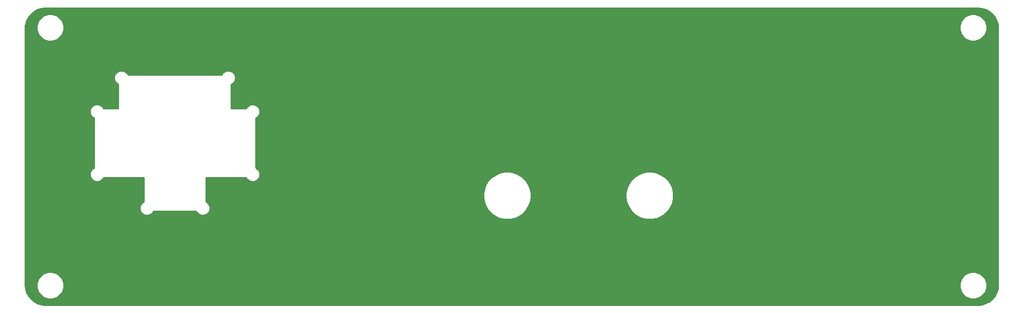
<source format=gbr>
%TF.GenerationSoftware,KiCad,Pcbnew,5.1.10-88a1d61d58~90~ubuntu20.04.1*%
%TF.CreationDate,2021-08-16T21:10:36-07:00*%
%TF.ProjectId,front-panel,66726f6e-742d-4706-916e-656c2e6b6963,rev?*%
%TF.SameCoordinates,Original*%
%TF.FileFunction,Copper,L1,Top*%
%TF.FilePolarity,Positive*%
%FSLAX46Y46*%
G04 Gerber Fmt 4.6, Leading zero omitted, Abs format (unit mm)*
G04 Created by KiCad (PCBNEW 5.1.10-88a1d61d58~90~ubuntu20.04.1) date 2021-08-16 21:10:36*
%MOMM*%
%LPD*%
G01*
G04 APERTURE LIST*
%TA.AperFunction,NonConductor*%
%ADD10C,0.254000*%
%TD*%
%TA.AperFunction,NonConductor*%
%ADD11C,0.100000*%
%TD*%
G04 APERTURE END LIST*
D10*
X211759290Y-58061368D02*
X212389010Y-58251491D01*
X212969813Y-58560310D01*
X213479575Y-58976060D01*
X213898873Y-59482905D01*
X214211739Y-60061539D01*
X214406256Y-60689924D01*
X214477625Y-61368946D01*
X214477626Y-104671853D01*
X214410906Y-105352314D01*
X214220783Y-105982035D01*
X213911963Y-106562840D01*
X213496213Y-107072600D01*
X212989368Y-107491899D01*
X212410738Y-107804762D01*
X211782351Y-107999280D01*
X211103329Y-108070649D01*
X53930392Y-108070649D01*
X53249961Y-108003932D01*
X52620238Y-107813808D01*
X52039434Y-107504989D01*
X51529674Y-107089237D01*
X51110377Y-106582395D01*
X50797511Y-106003761D01*
X50602994Y-105375376D01*
X50531625Y-104696354D01*
X50531625Y-104570505D01*
X52458686Y-104570505D01*
X52458686Y-105020795D01*
X52546533Y-105462434D01*
X52718852Y-105878448D01*
X52969020Y-106252851D01*
X53287424Y-106571255D01*
X53661827Y-106821423D01*
X54077841Y-106993742D01*
X54519480Y-107081589D01*
X54969770Y-107081589D01*
X55411409Y-106993742D01*
X55827423Y-106821423D01*
X56201826Y-106571255D01*
X56520230Y-106252851D01*
X56770398Y-105878448D01*
X56942717Y-105462434D01*
X57030564Y-105020795D01*
X57030564Y-104570505D01*
X207978686Y-104570505D01*
X207978686Y-105020795D01*
X208066533Y-105462434D01*
X208238852Y-105878448D01*
X208489020Y-106252851D01*
X208807424Y-106571255D01*
X209181827Y-106821423D01*
X209597841Y-106993742D01*
X210039480Y-107081589D01*
X210489770Y-107081589D01*
X210931409Y-106993742D01*
X211347423Y-106821423D01*
X211721826Y-106571255D01*
X212040230Y-106252851D01*
X212290398Y-105878448D01*
X212462717Y-105462434D01*
X212550564Y-105020795D01*
X212550564Y-104570505D01*
X212462717Y-104128866D01*
X212290398Y-103712852D01*
X212040230Y-103338449D01*
X211721826Y-103020045D01*
X211347423Y-102769877D01*
X210931409Y-102597558D01*
X210489770Y-102509711D01*
X210039480Y-102509711D01*
X209597841Y-102597558D01*
X209181827Y-102769877D01*
X208807424Y-103020045D01*
X208489020Y-103338449D01*
X208238852Y-103712852D01*
X208066533Y-104128866D01*
X207978686Y-104570505D01*
X57030564Y-104570505D01*
X56942717Y-104128866D01*
X56770398Y-103712852D01*
X56520230Y-103338449D01*
X56201826Y-103020045D01*
X55827423Y-102769877D01*
X55411409Y-102597558D01*
X54969770Y-102509711D01*
X54519480Y-102509711D01*
X54077841Y-102597558D01*
X53661827Y-102769877D01*
X53287424Y-103020045D01*
X52969020Y-103338449D01*
X52718852Y-103712852D01*
X52546533Y-104128866D01*
X52458686Y-104570505D01*
X50531625Y-104570505D01*
X50531625Y-86015675D01*
X61424916Y-86015675D01*
X61425583Y-86063411D01*
X61425583Y-86111203D01*
X61426353Y-86118521D01*
X61441582Y-86254284D01*
X61451502Y-86300951D01*
X61460789Y-86347856D01*
X61462965Y-86354885D01*
X61504273Y-86485106D01*
X61523074Y-86528973D01*
X61541292Y-86573172D01*
X61544792Y-86579645D01*
X61610608Y-86699363D01*
X61637604Y-86738789D01*
X61664025Y-86778556D01*
X61668715Y-86784226D01*
X61756530Y-86888880D01*
X61790663Y-86922305D01*
X61824314Y-86956192D01*
X61830016Y-86960842D01*
X61936486Y-87046446D01*
X61976420Y-87072577D01*
X62016050Y-87099309D01*
X62022547Y-87102763D01*
X62143616Y-87166057D01*
X62187850Y-87183929D01*
X62231938Y-87202462D01*
X62238983Y-87204588D01*
X62370040Y-87243160D01*
X62416943Y-87252107D01*
X62463746Y-87261714D01*
X62471069Y-87262432D01*
X62607123Y-87274814D01*
X62654848Y-87274481D01*
X62702649Y-87274815D01*
X62709972Y-87274096D01*
X62709974Y-87274096D01*
X62845840Y-87259816D01*
X62892609Y-87250216D01*
X62939551Y-87241261D01*
X62946595Y-87239134D01*
X63077102Y-87198735D01*
X63121131Y-87180227D01*
X63165419Y-87162333D01*
X63171915Y-87158879D01*
X63292089Y-87093901D01*
X63331676Y-87067199D01*
X63371654Y-87041039D01*
X63377356Y-87036388D01*
X63482620Y-86949306D01*
X63516237Y-86915453D01*
X63550407Y-86881992D01*
X63555097Y-86876322D01*
X63641442Y-86770452D01*
X63667850Y-86730705D01*
X63694860Y-86691257D01*
X63698359Y-86684784D01*
X63755668Y-86577000D01*
X70523000Y-86577000D01*
X70523001Y-90643332D01*
X70519100Y-90644972D01*
X70512652Y-90648517D01*
X70393397Y-90715167D01*
X70354196Y-90742413D01*
X70314581Y-90769133D01*
X70308944Y-90773863D01*
X70204905Y-90862406D01*
X70171728Y-90896761D01*
X70138066Y-90930659D01*
X70133456Y-90936393D01*
X70048597Y-91043458D01*
X70022729Y-91083597D01*
X69996289Y-91123393D01*
X69992880Y-91129914D01*
X69930433Y-91251423D01*
X69912854Y-91295823D01*
X69894648Y-91339995D01*
X69892570Y-91347054D01*
X69854915Y-91478378D01*
X69846296Y-91525340D01*
X69837015Y-91572210D01*
X69836348Y-91579538D01*
X69824916Y-91715675D01*
X69825583Y-91763411D01*
X69825583Y-91811203D01*
X69826353Y-91818521D01*
X69841582Y-91954284D01*
X69851502Y-92000951D01*
X69860789Y-92047856D01*
X69862965Y-92054885D01*
X69904273Y-92185106D01*
X69923074Y-92228973D01*
X69941292Y-92273172D01*
X69944792Y-92279645D01*
X70010608Y-92399363D01*
X70037604Y-92438789D01*
X70064025Y-92478556D01*
X70068715Y-92484226D01*
X70156530Y-92588880D01*
X70190663Y-92622305D01*
X70224314Y-92656192D01*
X70230016Y-92660842D01*
X70336486Y-92746446D01*
X70376420Y-92772577D01*
X70416050Y-92799309D01*
X70422547Y-92802763D01*
X70543616Y-92866057D01*
X70587850Y-92883929D01*
X70631938Y-92902462D01*
X70638983Y-92904588D01*
X70770040Y-92943160D01*
X70816943Y-92952107D01*
X70863746Y-92961714D01*
X70871069Y-92962432D01*
X71007123Y-92974814D01*
X71054848Y-92974481D01*
X71102649Y-92974815D01*
X71109972Y-92974096D01*
X71109974Y-92974096D01*
X71245840Y-92959816D01*
X71292609Y-92950216D01*
X71339551Y-92941261D01*
X71346595Y-92939134D01*
X71477102Y-92898735D01*
X71521131Y-92880227D01*
X71565419Y-92862333D01*
X71571915Y-92858879D01*
X71692089Y-92793901D01*
X71731676Y-92767199D01*
X71771654Y-92741039D01*
X71777356Y-92736388D01*
X71882620Y-92649306D01*
X71916237Y-92615453D01*
X71950407Y-92581992D01*
X71955097Y-92576322D01*
X72041442Y-92470452D01*
X72067850Y-92430705D01*
X72094860Y-92391257D01*
X72098359Y-92384784D01*
X72155668Y-92277000D01*
X79343333Y-92277000D01*
X79344972Y-92280900D01*
X79348517Y-92287348D01*
X79415167Y-92406603D01*
X79442413Y-92445804D01*
X79469133Y-92485419D01*
X79473863Y-92491056D01*
X79562406Y-92595095D01*
X79596764Y-92628274D01*
X79630659Y-92661933D01*
X79636393Y-92666544D01*
X79743458Y-92751403D01*
X79783605Y-92777276D01*
X79823393Y-92803711D01*
X79829914Y-92807120D01*
X79951422Y-92869566D01*
X79995803Y-92887138D01*
X80039995Y-92905352D01*
X80047050Y-92907428D01*
X80047056Y-92907430D01*
X80178378Y-92945085D01*
X80225340Y-92953704D01*
X80272210Y-92962985D01*
X80279538Y-92963652D01*
X80415675Y-92975084D01*
X80463411Y-92974417D01*
X80511203Y-92974417D01*
X80518521Y-92973647D01*
X80654284Y-92958418D01*
X80700951Y-92948498D01*
X80747856Y-92939211D01*
X80754885Y-92937035D01*
X80885106Y-92895727D01*
X80928973Y-92876926D01*
X80973172Y-92858708D01*
X80979645Y-92855208D01*
X81099363Y-92789392D01*
X81138789Y-92762396D01*
X81178556Y-92735975D01*
X81184226Y-92731285D01*
X81288880Y-92643470D01*
X81322305Y-92609337D01*
X81356192Y-92575686D01*
X81360842Y-92569984D01*
X81446446Y-92463514D01*
X81472577Y-92423580D01*
X81499309Y-92383950D01*
X81502763Y-92377453D01*
X81566057Y-92256384D01*
X81583929Y-92212150D01*
X81602462Y-92168062D01*
X81604588Y-92161017D01*
X81643160Y-92029960D01*
X81652107Y-91983057D01*
X81661714Y-91936254D01*
X81662432Y-91928931D01*
X81674814Y-91792877D01*
X81674481Y-91745152D01*
X81674815Y-91697350D01*
X81674096Y-91690027D01*
X81659816Y-91554160D01*
X81650210Y-91507360D01*
X81641261Y-91460449D01*
X81639134Y-91453405D01*
X81598735Y-91322899D01*
X81580237Y-91278895D01*
X81562333Y-91234581D01*
X81558879Y-91228085D01*
X81493901Y-91107911D01*
X81467209Y-91068339D01*
X81441039Y-91028346D01*
X81436388Y-91022644D01*
X81349306Y-90917379D01*
X81315434Y-90883743D01*
X81281992Y-90849593D01*
X81276322Y-90844903D01*
X81170452Y-90758558D01*
X81130705Y-90732150D01*
X81091257Y-90705140D01*
X81084784Y-90701641D01*
X80977000Y-90644332D01*
X80977000Y-89228262D01*
X127727112Y-89228262D01*
X127727112Y-90021612D01*
X127881887Y-90799719D01*
X128185490Y-91532680D01*
X128626252Y-92192327D01*
X129187235Y-92753310D01*
X129846882Y-93194072D01*
X130579843Y-93497675D01*
X131357950Y-93652450D01*
X132151300Y-93652450D01*
X132929407Y-93497675D01*
X133662368Y-93194072D01*
X134322015Y-92753310D01*
X134882998Y-92192327D01*
X135323760Y-91532680D01*
X135627363Y-90799719D01*
X135782138Y-90021612D01*
X135782138Y-89228262D01*
X151727112Y-89228262D01*
X151727112Y-90021612D01*
X151881887Y-90799719D01*
X152185490Y-91532680D01*
X152626252Y-92192327D01*
X153187235Y-92753310D01*
X153846882Y-93194072D01*
X154579843Y-93497675D01*
X155357950Y-93652450D01*
X156151300Y-93652450D01*
X156929407Y-93497675D01*
X157662368Y-93194072D01*
X158322015Y-92753310D01*
X158882998Y-92192327D01*
X159323760Y-91532680D01*
X159627363Y-90799719D01*
X159782138Y-90021612D01*
X159782138Y-89228262D01*
X159627363Y-88450155D01*
X159323760Y-87717194D01*
X158882998Y-87057547D01*
X158322015Y-86496564D01*
X157662368Y-86055802D01*
X156929407Y-85752199D01*
X156151300Y-85597424D01*
X155357950Y-85597424D01*
X154579843Y-85752199D01*
X153846882Y-86055802D01*
X153187235Y-86496564D01*
X152626252Y-87057547D01*
X152185490Y-87717194D01*
X151881887Y-88450155D01*
X151727112Y-89228262D01*
X135782138Y-89228262D01*
X135627363Y-88450155D01*
X135323760Y-87717194D01*
X134882998Y-87057547D01*
X134322015Y-86496564D01*
X133662368Y-86055802D01*
X132929407Y-85752199D01*
X132151300Y-85597424D01*
X131357950Y-85597424D01*
X130579843Y-85752199D01*
X129846882Y-86055802D01*
X129187235Y-86496564D01*
X128626252Y-87057547D01*
X128185490Y-87717194D01*
X127881887Y-88450155D01*
X127727112Y-89228262D01*
X80977000Y-89228262D01*
X80977000Y-86577000D01*
X87743333Y-86577000D01*
X87744972Y-86580900D01*
X87748517Y-86587348D01*
X87815167Y-86706603D01*
X87842413Y-86745804D01*
X87869133Y-86785419D01*
X87873863Y-86791056D01*
X87962406Y-86895095D01*
X87996764Y-86928274D01*
X88030659Y-86961933D01*
X88036393Y-86966544D01*
X88143458Y-87051403D01*
X88183605Y-87077276D01*
X88223393Y-87103711D01*
X88229914Y-87107120D01*
X88351422Y-87169566D01*
X88395803Y-87187138D01*
X88439995Y-87205352D01*
X88447050Y-87207428D01*
X88447056Y-87207430D01*
X88578378Y-87245085D01*
X88625340Y-87253704D01*
X88672210Y-87262985D01*
X88679538Y-87263652D01*
X88815675Y-87275084D01*
X88863411Y-87274417D01*
X88911203Y-87274417D01*
X88918521Y-87273647D01*
X89054284Y-87258418D01*
X89100951Y-87248498D01*
X89147856Y-87239211D01*
X89154885Y-87237035D01*
X89285106Y-87195727D01*
X89328973Y-87176926D01*
X89373172Y-87158708D01*
X89379645Y-87155208D01*
X89499363Y-87089392D01*
X89538789Y-87062396D01*
X89578556Y-87035975D01*
X89584226Y-87031285D01*
X89688880Y-86943470D01*
X89722305Y-86909337D01*
X89756192Y-86875686D01*
X89760842Y-86869984D01*
X89846446Y-86763514D01*
X89872577Y-86723580D01*
X89899309Y-86683950D01*
X89902763Y-86677453D01*
X89966057Y-86556384D01*
X89983929Y-86512150D01*
X90002462Y-86468062D01*
X90004588Y-86461017D01*
X90043160Y-86329960D01*
X90052107Y-86283057D01*
X90061714Y-86236254D01*
X90062432Y-86228931D01*
X90074814Y-86092877D01*
X90074481Y-86045152D01*
X90074815Y-85997350D01*
X90074096Y-85990027D01*
X90059816Y-85854160D01*
X90050210Y-85807360D01*
X90041261Y-85760449D01*
X90039134Y-85753405D01*
X89998735Y-85622899D01*
X89980237Y-85578895D01*
X89962333Y-85534581D01*
X89958879Y-85528085D01*
X89893901Y-85407911D01*
X89867209Y-85368339D01*
X89841039Y-85328346D01*
X89836388Y-85322644D01*
X89749306Y-85217379D01*
X89715434Y-85183743D01*
X89681992Y-85149593D01*
X89676322Y-85144903D01*
X89570452Y-85058558D01*
X89530705Y-85032150D01*
X89491257Y-85005140D01*
X89484784Y-85001641D01*
X89377000Y-84944332D01*
X89377000Y-76556667D01*
X89380900Y-76555028D01*
X89387348Y-76551483D01*
X89506603Y-76484833D01*
X89545804Y-76457587D01*
X89585419Y-76430867D01*
X89591056Y-76426137D01*
X89695095Y-76337594D01*
X89728274Y-76303236D01*
X89761933Y-76269341D01*
X89766544Y-76263607D01*
X89851403Y-76156542D01*
X89877276Y-76116395D01*
X89903711Y-76076607D01*
X89907120Y-76070086D01*
X89969566Y-75948578D01*
X89987138Y-75904197D01*
X90005352Y-75860005D01*
X90007429Y-75852946D01*
X90045085Y-75721622D01*
X90053704Y-75674660D01*
X90062985Y-75627790D01*
X90063652Y-75620462D01*
X90075084Y-75484325D01*
X90074417Y-75436589D01*
X90074417Y-75388797D01*
X90073647Y-75381479D01*
X90058418Y-75245715D01*
X90048494Y-75199028D01*
X90039211Y-75152144D01*
X90037035Y-75145115D01*
X89995727Y-75014894D01*
X89976926Y-74971027D01*
X89958708Y-74926828D01*
X89955208Y-74920356D01*
X89889392Y-74800637D01*
X89862396Y-74761211D01*
X89835975Y-74721444D01*
X89831285Y-74715774D01*
X89743470Y-74611120D01*
X89709356Y-74577714D01*
X89675687Y-74543808D01*
X89669984Y-74539158D01*
X89563514Y-74453554D01*
X89523580Y-74427423D01*
X89483950Y-74400691D01*
X89477453Y-74397237D01*
X89356384Y-74333943D01*
X89312136Y-74316066D01*
X89268061Y-74297538D01*
X89261017Y-74295412D01*
X89129959Y-74256840D01*
X89083064Y-74247895D01*
X89036254Y-74238286D01*
X89028931Y-74237568D01*
X88892877Y-74225186D01*
X88845152Y-74225519D01*
X88797350Y-74225185D01*
X88790027Y-74225904D01*
X88790025Y-74225904D01*
X88654160Y-74240184D01*
X88607391Y-74249784D01*
X88560449Y-74258739D01*
X88553405Y-74260866D01*
X88422899Y-74301265D01*
X88378895Y-74319763D01*
X88334581Y-74337667D01*
X88328085Y-74341121D01*
X88207911Y-74406099D01*
X88168339Y-74432791D01*
X88128346Y-74458961D01*
X88122644Y-74463612D01*
X88017379Y-74550694D01*
X87983743Y-74584566D01*
X87949593Y-74618008D01*
X87944903Y-74623678D01*
X87858558Y-74729548D01*
X87832150Y-74769295D01*
X87805140Y-74808743D01*
X87801641Y-74815216D01*
X87744332Y-74923000D01*
X85277000Y-74923000D01*
X85277000Y-70856667D01*
X85280900Y-70855028D01*
X85287348Y-70851483D01*
X85406603Y-70784833D01*
X85445804Y-70757587D01*
X85485419Y-70730867D01*
X85491056Y-70726137D01*
X85595095Y-70637594D01*
X85628274Y-70603236D01*
X85661933Y-70569341D01*
X85666544Y-70563607D01*
X85751403Y-70456542D01*
X85777276Y-70416395D01*
X85803711Y-70376607D01*
X85807120Y-70370086D01*
X85869566Y-70248578D01*
X85887138Y-70204197D01*
X85905352Y-70160005D01*
X85907429Y-70152946D01*
X85945085Y-70021622D01*
X85953704Y-69974660D01*
X85962985Y-69927790D01*
X85963652Y-69920462D01*
X85975084Y-69784325D01*
X85974417Y-69736589D01*
X85974417Y-69688797D01*
X85973647Y-69681479D01*
X85958418Y-69545715D01*
X85948494Y-69499028D01*
X85939211Y-69452144D01*
X85937035Y-69445115D01*
X85895727Y-69314894D01*
X85876926Y-69271027D01*
X85858708Y-69226828D01*
X85855208Y-69220356D01*
X85789392Y-69100637D01*
X85762396Y-69061211D01*
X85735975Y-69021444D01*
X85731285Y-69015774D01*
X85643470Y-68911120D01*
X85609356Y-68877714D01*
X85575687Y-68843808D01*
X85569984Y-68839158D01*
X85463514Y-68753554D01*
X85423580Y-68727423D01*
X85383950Y-68700691D01*
X85377453Y-68697237D01*
X85256384Y-68633943D01*
X85212136Y-68616066D01*
X85168061Y-68597538D01*
X85161017Y-68595412D01*
X85029959Y-68556840D01*
X84983064Y-68547895D01*
X84936254Y-68538286D01*
X84928931Y-68537568D01*
X84792877Y-68525186D01*
X84745152Y-68525519D01*
X84697350Y-68525185D01*
X84690027Y-68525904D01*
X84690025Y-68525904D01*
X84554160Y-68540184D01*
X84507391Y-68549784D01*
X84460449Y-68558739D01*
X84453405Y-68560866D01*
X84322899Y-68601265D01*
X84278895Y-68619763D01*
X84234581Y-68637667D01*
X84228085Y-68641121D01*
X84107911Y-68706099D01*
X84068339Y-68732791D01*
X84028346Y-68758961D01*
X84022644Y-68763612D01*
X83917379Y-68850694D01*
X83883743Y-68884566D01*
X83849593Y-68918008D01*
X83844903Y-68923678D01*
X83758558Y-69029548D01*
X83732150Y-69069295D01*
X83705140Y-69108743D01*
X83701641Y-69115216D01*
X83644332Y-69223000D01*
X67856667Y-69223000D01*
X67855028Y-69219100D01*
X67851483Y-69212652D01*
X67784833Y-69093397D01*
X67757587Y-69054196D01*
X67730867Y-69014581D01*
X67726137Y-69008944D01*
X67637594Y-68904905D01*
X67603239Y-68871728D01*
X67569341Y-68838066D01*
X67563607Y-68833456D01*
X67456542Y-68748597D01*
X67416403Y-68722729D01*
X67376607Y-68696289D01*
X67370086Y-68692880D01*
X67248577Y-68630433D01*
X67204177Y-68612854D01*
X67160005Y-68594648D01*
X67152946Y-68592570D01*
X67021622Y-68554915D01*
X66974660Y-68546296D01*
X66927790Y-68537015D01*
X66920462Y-68536348D01*
X66784325Y-68524916D01*
X66736589Y-68525583D01*
X66688797Y-68525583D01*
X66681479Y-68526353D01*
X66545715Y-68541582D01*
X66499028Y-68551506D01*
X66452144Y-68560789D01*
X66445115Y-68562965D01*
X66314894Y-68604273D01*
X66271027Y-68623074D01*
X66226828Y-68641292D01*
X66220356Y-68644792D01*
X66100637Y-68710608D01*
X66061211Y-68737604D01*
X66021444Y-68764025D01*
X66015774Y-68768715D01*
X65911120Y-68856530D01*
X65877714Y-68890644D01*
X65843808Y-68924313D01*
X65839158Y-68930016D01*
X65753554Y-69036486D01*
X65727423Y-69076420D01*
X65700691Y-69116050D01*
X65697237Y-69122547D01*
X65633943Y-69243616D01*
X65616066Y-69287864D01*
X65597538Y-69331939D01*
X65595412Y-69338983D01*
X65556840Y-69470041D01*
X65547895Y-69516936D01*
X65538286Y-69563746D01*
X65537568Y-69571069D01*
X65525186Y-69707123D01*
X65525519Y-69754848D01*
X65525185Y-69802649D01*
X65525904Y-69809972D01*
X65540184Y-69945840D01*
X65549784Y-69992609D01*
X65558739Y-70039551D01*
X65560866Y-70046595D01*
X65601265Y-70177102D01*
X65619773Y-70221131D01*
X65637667Y-70265419D01*
X65641121Y-70271915D01*
X65706099Y-70392089D01*
X65732801Y-70431676D01*
X65758961Y-70471654D01*
X65763612Y-70477356D01*
X65850694Y-70582620D01*
X65884547Y-70616237D01*
X65918008Y-70650407D01*
X65923678Y-70655097D01*
X66029548Y-70741442D01*
X66069295Y-70767850D01*
X66108743Y-70794860D01*
X66115216Y-70798359D01*
X66223000Y-70855668D01*
X66223001Y-74923000D01*
X63756667Y-74923000D01*
X63755028Y-74919100D01*
X63751483Y-74912652D01*
X63684833Y-74793397D01*
X63657587Y-74754196D01*
X63630867Y-74714581D01*
X63626137Y-74708944D01*
X63537594Y-74604905D01*
X63503239Y-74571728D01*
X63469341Y-74538066D01*
X63463607Y-74533456D01*
X63356542Y-74448597D01*
X63316403Y-74422729D01*
X63276607Y-74396289D01*
X63270086Y-74392880D01*
X63148577Y-74330433D01*
X63104177Y-74312854D01*
X63060005Y-74294648D01*
X63052946Y-74292570D01*
X62921622Y-74254915D01*
X62874660Y-74246296D01*
X62827790Y-74237015D01*
X62820462Y-74236348D01*
X62684325Y-74224916D01*
X62636589Y-74225583D01*
X62588797Y-74225583D01*
X62581479Y-74226353D01*
X62445715Y-74241582D01*
X62399028Y-74251506D01*
X62352144Y-74260789D01*
X62345115Y-74262965D01*
X62214894Y-74304273D01*
X62171027Y-74323074D01*
X62126828Y-74341292D01*
X62120356Y-74344792D01*
X62000637Y-74410608D01*
X61961211Y-74437604D01*
X61921444Y-74464025D01*
X61915774Y-74468715D01*
X61811120Y-74556530D01*
X61777714Y-74590644D01*
X61743808Y-74624313D01*
X61739158Y-74630016D01*
X61653554Y-74736486D01*
X61627423Y-74776420D01*
X61600691Y-74816050D01*
X61597237Y-74822547D01*
X61533943Y-74943616D01*
X61516066Y-74987864D01*
X61497538Y-75031939D01*
X61495412Y-75038983D01*
X61456840Y-75170041D01*
X61447895Y-75216936D01*
X61438286Y-75263746D01*
X61437568Y-75271069D01*
X61425186Y-75407123D01*
X61425519Y-75454848D01*
X61425185Y-75502649D01*
X61425904Y-75509972D01*
X61440184Y-75645840D01*
X61449784Y-75692609D01*
X61458739Y-75739551D01*
X61460866Y-75746595D01*
X61501265Y-75877102D01*
X61519773Y-75921131D01*
X61537667Y-75965419D01*
X61541121Y-75971915D01*
X61606099Y-76092089D01*
X61632801Y-76131676D01*
X61658961Y-76171654D01*
X61663612Y-76177356D01*
X61750694Y-76282620D01*
X61784547Y-76316237D01*
X61818008Y-76350407D01*
X61823678Y-76355097D01*
X61929548Y-76441442D01*
X61969295Y-76467850D01*
X62008743Y-76494860D01*
X62015216Y-76498359D01*
X62123000Y-76555668D01*
X62123001Y-84943332D01*
X62119100Y-84944972D01*
X62112652Y-84948517D01*
X61993397Y-85015167D01*
X61954196Y-85042413D01*
X61914581Y-85069133D01*
X61908944Y-85073863D01*
X61804905Y-85162406D01*
X61771728Y-85196761D01*
X61738066Y-85230659D01*
X61733456Y-85236393D01*
X61648597Y-85343458D01*
X61622729Y-85383597D01*
X61596289Y-85423393D01*
X61592880Y-85429914D01*
X61530433Y-85551423D01*
X61512854Y-85595823D01*
X61494648Y-85639995D01*
X61492570Y-85647054D01*
X61454915Y-85778378D01*
X61446296Y-85825340D01*
X61437015Y-85872210D01*
X61436348Y-85879538D01*
X61424916Y-86015675D01*
X50531625Y-86015675D01*
X50531625Y-61393426D01*
X50565837Y-61044505D01*
X52458686Y-61044505D01*
X52458686Y-61494795D01*
X52546533Y-61936434D01*
X52718852Y-62352448D01*
X52969020Y-62726851D01*
X53287424Y-63045255D01*
X53661827Y-63295423D01*
X54077841Y-63467742D01*
X54519480Y-63555589D01*
X54969770Y-63555589D01*
X55411409Y-63467742D01*
X55827423Y-63295423D01*
X56201826Y-63045255D01*
X56520230Y-62726851D01*
X56770398Y-62352448D01*
X56942717Y-61936434D01*
X57030564Y-61494795D01*
X57030564Y-61044505D01*
X207978686Y-61044505D01*
X207978686Y-61494795D01*
X208066533Y-61936434D01*
X208238852Y-62352448D01*
X208489020Y-62726851D01*
X208807424Y-63045255D01*
X209181827Y-63295423D01*
X209597841Y-63467742D01*
X210039480Y-63555589D01*
X210489770Y-63555589D01*
X210931409Y-63467742D01*
X211347423Y-63295423D01*
X211721826Y-63045255D01*
X212040230Y-62726851D01*
X212290398Y-62352448D01*
X212462717Y-61936434D01*
X212550564Y-61494795D01*
X212550564Y-61044505D01*
X212462717Y-60602866D01*
X212290398Y-60186852D01*
X212040230Y-59812449D01*
X211721826Y-59494045D01*
X211347423Y-59243877D01*
X210931409Y-59071558D01*
X210489770Y-58983711D01*
X210039480Y-58983711D01*
X209597841Y-59071558D01*
X209181827Y-59243877D01*
X208807424Y-59494045D01*
X208489020Y-59812449D01*
X208238852Y-60186852D01*
X208066533Y-60602866D01*
X207978686Y-61044505D01*
X57030564Y-61044505D01*
X56942717Y-60602866D01*
X56770398Y-60186852D01*
X56520230Y-59812449D01*
X56201826Y-59494045D01*
X55827423Y-59243877D01*
X55411409Y-59071558D01*
X54969770Y-58983711D01*
X54519480Y-58983711D01*
X54077841Y-59071558D01*
X53661827Y-59243877D01*
X53287424Y-59494045D01*
X52969020Y-59812449D01*
X52718852Y-60186852D01*
X52546533Y-60602866D01*
X52458686Y-61044505D01*
X50565837Y-61044505D01*
X50598343Y-60712985D01*
X50788466Y-60083265D01*
X51097285Y-59502462D01*
X51513035Y-58992700D01*
X52019880Y-58573402D01*
X52598514Y-58260536D01*
X53226899Y-58066019D01*
X53905921Y-57994650D01*
X211078849Y-57994650D01*
X211759290Y-58061368D01*
%TA.AperFunction,NonConductor*%
D11*
G36*
X211759290Y-58061368D02*
G01*
X212389010Y-58251491D01*
X212969813Y-58560310D01*
X213479575Y-58976060D01*
X213898873Y-59482905D01*
X214211739Y-60061539D01*
X214406256Y-60689924D01*
X214477625Y-61368946D01*
X214477626Y-104671853D01*
X214410906Y-105352314D01*
X214220783Y-105982035D01*
X213911963Y-106562840D01*
X213496213Y-107072600D01*
X212989368Y-107491899D01*
X212410738Y-107804762D01*
X211782351Y-107999280D01*
X211103329Y-108070649D01*
X53930392Y-108070649D01*
X53249961Y-108003932D01*
X52620238Y-107813808D01*
X52039434Y-107504989D01*
X51529674Y-107089237D01*
X51110377Y-106582395D01*
X50797511Y-106003761D01*
X50602994Y-105375376D01*
X50531625Y-104696354D01*
X50531625Y-104570505D01*
X52458686Y-104570505D01*
X52458686Y-105020795D01*
X52546533Y-105462434D01*
X52718852Y-105878448D01*
X52969020Y-106252851D01*
X53287424Y-106571255D01*
X53661827Y-106821423D01*
X54077841Y-106993742D01*
X54519480Y-107081589D01*
X54969770Y-107081589D01*
X55411409Y-106993742D01*
X55827423Y-106821423D01*
X56201826Y-106571255D01*
X56520230Y-106252851D01*
X56770398Y-105878448D01*
X56942717Y-105462434D01*
X57030564Y-105020795D01*
X57030564Y-104570505D01*
X207978686Y-104570505D01*
X207978686Y-105020795D01*
X208066533Y-105462434D01*
X208238852Y-105878448D01*
X208489020Y-106252851D01*
X208807424Y-106571255D01*
X209181827Y-106821423D01*
X209597841Y-106993742D01*
X210039480Y-107081589D01*
X210489770Y-107081589D01*
X210931409Y-106993742D01*
X211347423Y-106821423D01*
X211721826Y-106571255D01*
X212040230Y-106252851D01*
X212290398Y-105878448D01*
X212462717Y-105462434D01*
X212550564Y-105020795D01*
X212550564Y-104570505D01*
X212462717Y-104128866D01*
X212290398Y-103712852D01*
X212040230Y-103338449D01*
X211721826Y-103020045D01*
X211347423Y-102769877D01*
X210931409Y-102597558D01*
X210489770Y-102509711D01*
X210039480Y-102509711D01*
X209597841Y-102597558D01*
X209181827Y-102769877D01*
X208807424Y-103020045D01*
X208489020Y-103338449D01*
X208238852Y-103712852D01*
X208066533Y-104128866D01*
X207978686Y-104570505D01*
X57030564Y-104570505D01*
X56942717Y-104128866D01*
X56770398Y-103712852D01*
X56520230Y-103338449D01*
X56201826Y-103020045D01*
X55827423Y-102769877D01*
X55411409Y-102597558D01*
X54969770Y-102509711D01*
X54519480Y-102509711D01*
X54077841Y-102597558D01*
X53661827Y-102769877D01*
X53287424Y-103020045D01*
X52969020Y-103338449D01*
X52718852Y-103712852D01*
X52546533Y-104128866D01*
X52458686Y-104570505D01*
X50531625Y-104570505D01*
X50531625Y-86015675D01*
X61424916Y-86015675D01*
X61425583Y-86063411D01*
X61425583Y-86111203D01*
X61426353Y-86118521D01*
X61441582Y-86254284D01*
X61451502Y-86300951D01*
X61460789Y-86347856D01*
X61462965Y-86354885D01*
X61504273Y-86485106D01*
X61523074Y-86528973D01*
X61541292Y-86573172D01*
X61544792Y-86579645D01*
X61610608Y-86699363D01*
X61637604Y-86738789D01*
X61664025Y-86778556D01*
X61668715Y-86784226D01*
X61756530Y-86888880D01*
X61790663Y-86922305D01*
X61824314Y-86956192D01*
X61830016Y-86960842D01*
X61936486Y-87046446D01*
X61976420Y-87072577D01*
X62016050Y-87099309D01*
X62022547Y-87102763D01*
X62143616Y-87166057D01*
X62187850Y-87183929D01*
X62231938Y-87202462D01*
X62238983Y-87204588D01*
X62370040Y-87243160D01*
X62416943Y-87252107D01*
X62463746Y-87261714D01*
X62471069Y-87262432D01*
X62607123Y-87274814D01*
X62654848Y-87274481D01*
X62702649Y-87274815D01*
X62709972Y-87274096D01*
X62709974Y-87274096D01*
X62845840Y-87259816D01*
X62892609Y-87250216D01*
X62939551Y-87241261D01*
X62946595Y-87239134D01*
X63077102Y-87198735D01*
X63121131Y-87180227D01*
X63165419Y-87162333D01*
X63171915Y-87158879D01*
X63292089Y-87093901D01*
X63331676Y-87067199D01*
X63371654Y-87041039D01*
X63377356Y-87036388D01*
X63482620Y-86949306D01*
X63516237Y-86915453D01*
X63550407Y-86881992D01*
X63555097Y-86876322D01*
X63641442Y-86770452D01*
X63667850Y-86730705D01*
X63694860Y-86691257D01*
X63698359Y-86684784D01*
X63755668Y-86577000D01*
X70523000Y-86577000D01*
X70523001Y-90643332D01*
X70519100Y-90644972D01*
X70512652Y-90648517D01*
X70393397Y-90715167D01*
X70354196Y-90742413D01*
X70314581Y-90769133D01*
X70308944Y-90773863D01*
X70204905Y-90862406D01*
X70171728Y-90896761D01*
X70138066Y-90930659D01*
X70133456Y-90936393D01*
X70048597Y-91043458D01*
X70022729Y-91083597D01*
X69996289Y-91123393D01*
X69992880Y-91129914D01*
X69930433Y-91251423D01*
X69912854Y-91295823D01*
X69894648Y-91339995D01*
X69892570Y-91347054D01*
X69854915Y-91478378D01*
X69846296Y-91525340D01*
X69837015Y-91572210D01*
X69836348Y-91579538D01*
X69824916Y-91715675D01*
X69825583Y-91763411D01*
X69825583Y-91811203D01*
X69826353Y-91818521D01*
X69841582Y-91954284D01*
X69851502Y-92000951D01*
X69860789Y-92047856D01*
X69862965Y-92054885D01*
X69904273Y-92185106D01*
X69923074Y-92228973D01*
X69941292Y-92273172D01*
X69944792Y-92279645D01*
X70010608Y-92399363D01*
X70037604Y-92438789D01*
X70064025Y-92478556D01*
X70068715Y-92484226D01*
X70156530Y-92588880D01*
X70190663Y-92622305D01*
X70224314Y-92656192D01*
X70230016Y-92660842D01*
X70336486Y-92746446D01*
X70376420Y-92772577D01*
X70416050Y-92799309D01*
X70422547Y-92802763D01*
X70543616Y-92866057D01*
X70587850Y-92883929D01*
X70631938Y-92902462D01*
X70638983Y-92904588D01*
X70770040Y-92943160D01*
X70816943Y-92952107D01*
X70863746Y-92961714D01*
X70871069Y-92962432D01*
X71007123Y-92974814D01*
X71054848Y-92974481D01*
X71102649Y-92974815D01*
X71109972Y-92974096D01*
X71109974Y-92974096D01*
X71245840Y-92959816D01*
X71292609Y-92950216D01*
X71339551Y-92941261D01*
X71346595Y-92939134D01*
X71477102Y-92898735D01*
X71521131Y-92880227D01*
X71565419Y-92862333D01*
X71571915Y-92858879D01*
X71692089Y-92793901D01*
X71731676Y-92767199D01*
X71771654Y-92741039D01*
X71777356Y-92736388D01*
X71882620Y-92649306D01*
X71916237Y-92615453D01*
X71950407Y-92581992D01*
X71955097Y-92576322D01*
X72041442Y-92470452D01*
X72067850Y-92430705D01*
X72094860Y-92391257D01*
X72098359Y-92384784D01*
X72155668Y-92277000D01*
X79343333Y-92277000D01*
X79344972Y-92280900D01*
X79348517Y-92287348D01*
X79415167Y-92406603D01*
X79442413Y-92445804D01*
X79469133Y-92485419D01*
X79473863Y-92491056D01*
X79562406Y-92595095D01*
X79596764Y-92628274D01*
X79630659Y-92661933D01*
X79636393Y-92666544D01*
X79743458Y-92751403D01*
X79783605Y-92777276D01*
X79823393Y-92803711D01*
X79829914Y-92807120D01*
X79951422Y-92869566D01*
X79995803Y-92887138D01*
X80039995Y-92905352D01*
X80047050Y-92907428D01*
X80047056Y-92907430D01*
X80178378Y-92945085D01*
X80225340Y-92953704D01*
X80272210Y-92962985D01*
X80279538Y-92963652D01*
X80415675Y-92975084D01*
X80463411Y-92974417D01*
X80511203Y-92974417D01*
X80518521Y-92973647D01*
X80654284Y-92958418D01*
X80700951Y-92948498D01*
X80747856Y-92939211D01*
X80754885Y-92937035D01*
X80885106Y-92895727D01*
X80928973Y-92876926D01*
X80973172Y-92858708D01*
X80979645Y-92855208D01*
X81099363Y-92789392D01*
X81138789Y-92762396D01*
X81178556Y-92735975D01*
X81184226Y-92731285D01*
X81288880Y-92643470D01*
X81322305Y-92609337D01*
X81356192Y-92575686D01*
X81360842Y-92569984D01*
X81446446Y-92463514D01*
X81472577Y-92423580D01*
X81499309Y-92383950D01*
X81502763Y-92377453D01*
X81566057Y-92256384D01*
X81583929Y-92212150D01*
X81602462Y-92168062D01*
X81604588Y-92161017D01*
X81643160Y-92029960D01*
X81652107Y-91983057D01*
X81661714Y-91936254D01*
X81662432Y-91928931D01*
X81674814Y-91792877D01*
X81674481Y-91745152D01*
X81674815Y-91697350D01*
X81674096Y-91690027D01*
X81659816Y-91554160D01*
X81650210Y-91507360D01*
X81641261Y-91460449D01*
X81639134Y-91453405D01*
X81598735Y-91322899D01*
X81580237Y-91278895D01*
X81562333Y-91234581D01*
X81558879Y-91228085D01*
X81493901Y-91107911D01*
X81467209Y-91068339D01*
X81441039Y-91028346D01*
X81436388Y-91022644D01*
X81349306Y-90917379D01*
X81315434Y-90883743D01*
X81281992Y-90849593D01*
X81276322Y-90844903D01*
X81170452Y-90758558D01*
X81130705Y-90732150D01*
X81091257Y-90705140D01*
X81084784Y-90701641D01*
X80977000Y-90644332D01*
X80977000Y-89228262D01*
X127727112Y-89228262D01*
X127727112Y-90021612D01*
X127881887Y-90799719D01*
X128185490Y-91532680D01*
X128626252Y-92192327D01*
X129187235Y-92753310D01*
X129846882Y-93194072D01*
X130579843Y-93497675D01*
X131357950Y-93652450D01*
X132151300Y-93652450D01*
X132929407Y-93497675D01*
X133662368Y-93194072D01*
X134322015Y-92753310D01*
X134882998Y-92192327D01*
X135323760Y-91532680D01*
X135627363Y-90799719D01*
X135782138Y-90021612D01*
X135782138Y-89228262D01*
X151727112Y-89228262D01*
X151727112Y-90021612D01*
X151881887Y-90799719D01*
X152185490Y-91532680D01*
X152626252Y-92192327D01*
X153187235Y-92753310D01*
X153846882Y-93194072D01*
X154579843Y-93497675D01*
X155357950Y-93652450D01*
X156151300Y-93652450D01*
X156929407Y-93497675D01*
X157662368Y-93194072D01*
X158322015Y-92753310D01*
X158882998Y-92192327D01*
X159323760Y-91532680D01*
X159627363Y-90799719D01*
X159782138Y-90021612D01*
X159782138Y-89228262D01*
X159627363Y-88450155D01*
X159323760Y-87717194D01*
X158882998Y-87057547D01*
X158322015Y-86496564D01*
X157662368Y-86055802D01*
X156929407Y-85752199D01*
X156151300Y-85597424D01*
X155357950Y-85597424D01*
X154579843Y-85752199D01*
X153846882Y-86055802D01*
X153187235Y-86496564D01*
X152626252Y-87057547D01*
X152185490Y-87717194D01*
X151881887Y-88450155D01*
X151727112Y-89228262D01*
X135782138Y-89228262D01*
X135627363Y-88450155D01*
X135323760Y-87717194D01*
X134882998Y-87057547D01*
X134322015Y-86496564D01*
X133662368Y-86055802D01*
X132929407Y-85752199D01*
X132151300Y-85597424D01*
X131357950Y-85597424D01*
X130579843Y-85752199D01*
X129846882Y-86055802D01*
X129187235Y-86496564D01*
X128626252Y-87057547D01*
X128185490Y-87717194D01*
X127881887Y-88450155D01*
X127727112Y-89228262D01*
X80977000Y-89228262D01*
X80977000Y-86577000D01*
X87743333Y-86577000D01*
X87744972Y-86580900D01*
X87748517Y-86587348D01*
X87815167Y-86706603D01*
X87842413Y-86745804D01*
X87869133Y-86785419D01*
X87873863Y-86791056D01*
X87962406Y-86895095D01*
X87996764Y-86928274D01*
X88030659Y-86961933D01*
X88036393Y-86966544D01*
X88143458Y-87051403D01*
X88183605Y-87077276D01*
X88223393Y-87103711D01*
X88229914Y-87107120D01*
X88351422Y-87169566D01*
X88395803Y-87187138D01*
X88439995Y-87205352D01*
X88447050Y-87207428D01*
X88447056Y-87207430D01*
X88578378Y-87245085D01*
X88625340Y-87253704D01*
X88672210Y-87262985D01*
X88679538Y-87263652D01*
X88815675Y-87275084D01*
X88863411Y-87274417D01*
X88911203Y-87274417D01*
X88918521Y-87273647D01*
X89054284Y-87258418D01*
X89100951Y-87248498D01*
X89147856Y-87239211D01*
X89154885Y-87237035D01*
X89285106Y-87195727D01*
X89328973Y-87176926D01*
X89373172Y-87158708D01*
X89379645Y-87155208D01*
X89499363Y-87089392D01*
X89538789Y-87062396D01*
X89578556Y-87035975D01*
X89584226Y-87031285D01*
X89688880Y-86943470D01*
X89722305Y-86909337D01*
X89756192Y-86875686D01*
X89760842Y-86869984D01*
X89846446Y-86763514D01*
X89872577Y-86723580D01*
X89899309Y-86683950D01*
X89902763Y-86677453D01*
X89966057Y-86556384D01*
X89983929Y-86512150D01*
X90002462Y-86468062D01*
X90004588Y-86461017D01*
X90043160Y-86329960D01*
X90052107Y-86283057D01*
X90061714Y-86236254D01*
X90062432Y-86228931D01*
X90074814Y-86092877D01*
X90074481Y-86045152D01*
X90074815Y-85997350D01*
X90074096Y-85990027D01*
X90059816Y-85854160D01*
X90050210Y-85807360D01*
X90041261Y-85760449D01*
X90039134Y-85753405D01*
X89998735Y-85622899D01*
X89980237Y-85578895D01*
X89962333Y-85534581D01*
X89958879Y-85528085D01*
X89893901Y-85407911D01*
X89867209Y-85368339D01*
X89841039Y-85328346D01*
X89836388Y-85322644D01*
X89749306Y-85217379D01*
X89715434Y-85183743D01*
X89681992Y-85149593D01*
X89676322Y-85144903D01*
X89570452Y-85058558D01*
X89530705Y-85032150D01*
X89491257Y-85005140D01*
X89484784Y-85001641D01*
X89377000Y-84944332D01*
X89377000Y-76556667D01*
X89380900Y-76555028D01*
X89387348Y-76551483D01*
X89506603Y-76484833D01*
X89545804Y-76457587D01*
X89585419Y-76430867D01*
X89591056Y-76426137D01*
X89695095Y-76337594D01*
X89728274Y-76303236D01*
X89761933Y-76269341D01*
X89766544Y-76263607D01*
X89851403Y-76156542D01*
X89877276Y-76116395D01*
X89903711Y-76076607D01*
X89907120Y-76070086D01*
X89969566Y-75948578D01*
X89987138Y-75904197D01*
X90005352Y-75860005D01*
X90007429Y-75852946D01*
X90045085Y-75721622D01*
X90053704Y-75674660D01*
X90062985Y-75627790D01*
X90063652Y-75620462D01*
X90075084Y-75484325D01*
X90074417Y-75436589D01*
X90074417Y-75388797D01*
X90073647Y-75381479D01*
X90058418Y-75245715D01*
X90048494Y-75199028D01*
X90039211Y-75152144D01*
X90037035Y-75145115D01*
X89995727Y-75014894D01*
X89976926Y-74971027D01*
X89958708Y-74926828D01*
X89955208Y-74920356D01*
X89889392Y-74800637D01*
X89862396Y-74761211D01*
X89835975Y-74721444D01*
X89831285Y-74715774D01*
X89743470Y-74611120D01*
X89709356Y-74577714D01*
X89675687Y-74543808D01*
X89669984Y-74539158D01*
X89563514Y-74453554D01*
X89523580Y-74427423D01*
X89483950Y-74400691D01*
X89477453Y-74397237D01*
X89356384Y-74333943D01*
X89312136Y-74316066D01*
X89268061Y-74297538D01*
X89261017Y-74295412D01*
X89129959Y-74256840D01*
X89083064Y-74247895D01*
X89036254Y-74238286D01*
X89028931Y-74237568D01*
X88892877Y-74225186D01*
X88845152Y-74225519D01*
X88797350Y-74225185D01*
X88790027Y-74225904D01*
X88790025Y-74225904D01*
X88654160Y-74240184D01*
X88607391Y-74249784D01*
X88560449Y-74258739D01*
X88553405Y-74260866D01*
X88422899Y-74301265D01*
X88378895Y-74319763D01*
X88334581Y-74337667D01*
X88328085Y-74341121D01*
X88207911Y-74406099D01*
X88168339Y-74432791D01*
X88128346Y-74458961D01*
X88122644Y-74463612D01*
X88017379Y-74550694D01*
X87983743Y-74584566D01*
X87949593Y-74618008D01*
X87944903Y-74623678D01*
X87858558Y-74729548D01*
X87832150Y-74769295D01*
X87805140Y-74808743D01*
X87801641Y-74815216D01*
X87744332Y-74923000D01*
X85277000Y-74923000D01*
X85277000Y-70856667D01*
X85280900Y-70855028D01*
X85287348Y-70851483D01*
X85406603Y-70784833D01*
X85445804Y-70757587D01*
X85485419Y-70730867D01*
X85491056Y-70726137D01*
X85595095Y-70637594D01*
X85628274Y-70603236D01*
X85661933Y-70569341D01*
X85666544Y-70563607D01*
X85751403Y-70456542D01*
X85777276Y-70416395D01*
X85803711Y-70376607D01*
X85807120Y-70370086D01*
X85869566Y-70248578D01*
X85887138Y-70204197D01*
X85905352Y-70160005D01*
X85907429Y-70152946D01*
X85945085Y-70021622D01*
X85953704Y-69974660D01*
X85962985Y-69927790D01*
X85963652Y-69920462D01*
X85975084Y-69784325D01*
X85974417Y-69736589D01*
X85974417Y-69688797D01*
X85973647Y-69681479D01*
X85958418Y-69545715D01*
X85948494Y-69499028D01*
X85939211Y-69452144D01*
X85937035Y-69445115D01*
X85895727Y-69314894D01*
X85876926Y-69271027D01*
X85858708Y-69226828D01*
X85855208Y-69220356D01*
X85789392Y-69100637D01*
X85762396Y-69061211D01*
X85735975Y-69021444D01*
X85731285Y-69015774D01*
X85643470Y-68911120D01*
X85609356Y-68877714D01*
X85575687Y-68843808D01*
X85569984Y-68839158D01*
X85463514Y-68753554D01*
X85423580Y-68727423D01*
X85383950Y-68700691D01*
X85377453Y-68697237D01*
X85256384Y-68633943D01*
X85212136Y-68616066D01*
X85168061Y-68597538D01*
X85161017Y-68595412D01*
X85029959Y-68556840D01*
X84983064Y-68547895D01*
X84936254Y-68538286D01*
X84928931Y-68537568D01*
X84792877Y-68525186D01*
X84745152Y-68525519D01*
X84697350Y-68525185D01*
X84690027Y-68525904D01*
X84690025Y-68525904D01*
X84554160Y-68540184D01*
X84507391Y-68549784D01*
X84460449Y-68558739D01*
X84453405Y-68560866D01*
X84322899Y-68601265D01*
X84278895Y-68619763D01*
X84234581Y-68637667D01*
X84228085Y-68641121D01*
X84107911Y-68706099D01*
X84068339Y-68732791D01*
X84028346Y-68758961D01*
X84022644Y-68763612D01*
X83917379Y-68850694D01*
X83883743Y-68884566D01*
X83849593Y-68918008D01*
X83844903Y-68923678D01*
X83758558Y-69029548D01*
X83732150Y-69069295D01*
X83705140Y-69108743D01*
X83701641Y-69115216D01*
X83644332Y-69223000D01*
X67856667Y-69223000D01*
X67855028Y-69219100D01*
X67851483Y-69212652D01*
X67784833Y-69093397D01*
X67757587Y-69054196D01*
X67730867Y-69014581D01*
X67726137Y-69008944D01*
X67637594Y-68904905D01*
X67603239Y-68871728D01*
X67569341Y-68838066D01*
X67563607Y-68833456D01*
X67456542Y-68748597D01*
X67416403Y-68722729D01*
X67376607Y-68696289D01*
X67370086Y-68692880D01*
X67248577Y-68630433D01*
X67204177Y-68612854D01*
X67160005Y-68594648D01*
X67152946Y-68592570D01*
X67021622Y-68554915D01*
X66974660Y-68546296D01*
X66927790Y-68537015D01*
X66920462Y-68536348D01*
X66784325Y-68524916D01*
X66736589Y-68525583D01*
X66688797Y-68525583D01*
X66681479Y-68526353D01*
X66545715Y-68541582D01*
X66499028Y-68551506D01*
X66452144Y-68560789D01*
X66445115Y-68562965D01*
X66314894Y-68604273D01*
X66271027Y-68623074D01*
X66226828Y-68641292D01*
X66220356Y-68644792D01*
X66100637Y-68710608D01*
X66061211Y-68737604D01*
X66021444Y-68764025D01*
X66015774Y-68768715D01*
X65911120Y-68856530D01*
X65877714Y-68890644D01*
X65843808Y-68924313D01*
X65839158Y-68930016D01*
X65753554Y-69036486D01*
X65727423Y-69076420D01*
X65700691Y-69116050D01*
X65697237Y-69122547D01*
X65633943Y-69243616D01*
X65616066Y-69287864D01*
X65597538Y-69331939D01*
X65595412Y-69338983D01*
X65556840Y-69470041D01*
X65547895Y-69516936D01*
X65538286Y-69563746D01*
X65537568Y-69571069D01*
X65525186Y-69707123D01*
X65525519Y-69754848D01*
X65525185Y-69802649D01*
X65525904Y-69809972D01*
X65540184Y-69945840D01*
X65549784Y-69992609D01*
X65558739Y-70039551D01*
X65560866Y-70046595D01*
X65601265Y-70177102D01*
X65619773Y-70221131D01*
X65637667Y-70265419D01*
X65641121Y-70271915D01*
X65706099Y-70392089D01*
X65732801Y-70431676D01*
X65758961Y-70471654D01*
X65763612Y-70477356D01*
X65850694Y-70582620D01*
X65884547Y-70616237D01*
X65918008Y-70650407D01*
X65923678Y-70655097D01*
X66029548Y-70741442D01*
X66069295Y-70767850D01*
X66108743Y-70794860D01*
X66115216Y-70798359D01*
X66223000Y-70855668D01*
X66223001Y-74923000D01*
X63756667Y-74923000D01*
X63755028Y-74919100D01*
X63751483Y-74912652D01*
X63684833Y-74793397D01*
X63657587Y-74754196D01*
X63630867Y-74714581D01*
X63626137Y-74708944D01*
X63537594Y-74604905D01*
X63503239Y-74571728D01*
X63469341Y-74538066D01*
X63463607Y-74533456D01*
X63356542Y-74448597D01*
X63316403Y-74422729D01*
X63276607Y-74396289D01*
X63270086Y-74392880D01*
X63148577Y-74330433D01*
X63104177Y-74312854D01*
X63060005Y-74294648D01*
X63052946Y-74292570D01*
X62921622Y-74254915D01*
X62874660Y-74246296D01*
X62827790Y-74237015D01*
X62820462Y-74236348D01*
X62684325Y-74224916D01*
X62636589Y-74225583D01*
X62588797Y-74225583D01*
X62581479Y-74226353D01*
X62445715Y-74241582D01*
X62399028Y-74251506D01*
X62352144Y-74260789D01*
X62345115Y-74262965D01*
X62214894Y-74304273D01*
X62171027Y-74323074D01*
X62126828Y-74341292D01*
X62120356Y-74344792D01*
X62000637Y-74410608D01*
X61961211Y-74437604D01*
X61921444Y-74464025D01*
X61915774Y-74468715D01*
X61811120Y-74556530D01*
X61777714Y-74590644D01*
X61743808Y-74624313D01*
X61739158Y-74630016D01*
X61653554Y-74736486D01*
X61627423Y-74776420D01*
X61600691Y-74816050D01*
X61597237Y-74822547D01*
X61533943Y-74943616D01*
X61516066Y-74987864D01*
X61497538Y-75031939D01*
X61495412Y-75038983D01*
X61456840Y-75170041D01*
X61447895Y-75216936D01*
X61438286Y-75263746D01*
X61437568Y-75271069D01*
X61425186Y-75407123D01*
X61425519Y-75454848D01*
X61425185Y-75502649D01*
X61425904Y-75509972D01*
X61440184Y-75645840D01*
X61449784Y-75692609D01*
X61458739Y-75739551D01*
X61460866Y-75746595D01*
X61501265Y-75877102D01*
X61519773Y-75921131D01*
X61537667Y-75965419D01*
X61541121Y-75971915D01*
X61606099Y-76092089D01*
X61632801Y-76131676D01*
X61658961Y-76171654D01*
X61663612Y-76177356D01*
X61750694Y-76282620D01*
X61784547Y-76316237D01*
X61818008Y-76350407D01*
X61823678Y-76355097D01*
X61929548Y-76441442D01*
X61969295Y-76467850D01*
X62008743Y-76494860D01*
X62015216Y-76498359D01*
X62123000Y-76555668D01*
X62123001Y-84943332D01*
X62119100Y-84944972D01*
X62112652Y-84948517D01*
X61993397Y-85015167D01*
X61954196Y-85042413D01*
X61914581Y-85069133D01*
X61908944Y-85073863D01*
X61804905Y-85162406D01*
X61771728Y-85196761D01*
X61738066Y-85230659D01*
X61733456Y-85236393D01*
X61648597Y-85343458D01*
X61622729Y-85383597D01*
X61596289Y-85423393D01*
X61592880Y-85429914D01*
X61530433Y-85551423D01*
X61512854Y-85595823D01*
X61494648Y-85639995D01*
X61492570Y-85647054D01*
X61454915Y-85778378D01*
X61446296Y-85825340D01*
X61437015Y-85872210D01*
X61436348Y-85879538D01*
X61424916Y-86015675D01*
X50531625Y-86015675D01*
X50531625Y-61393426D01*
X50565837Y-61044505D01*
X52458686Y-61044505D01*
X52458686Y-61494795D01*
X52546533Y-61936434D01*
X52718852Y-62352448D01*
X52969020Y-62726851D01*
X53287424Y-63045255D01*
X53661827Y-63295423D01*
X54077841Y-63467742D01*
X54519480Y-63555589D01*
X54969770Y-63555589D01*
X55411409Y-63467742D01*
X55827423Y-63295423D01*
X56201826Y-63045255D01*
X56520230Y-62726851D01*
X56770398Y-62352448D01*
X56942717Y-61936434D01*
X57030564Y-61494795D01*
X57030564Y-61044505D01*
X207978686Y-61044505D01*
X207978686Y-61494795D01*
X208066533Y-61936434D01*
X208238852Y-62352448D01*
X208489020Y-62726851D01*
X208807424Y-63045255D01*
X209181827Y-63295423D01*
X209597841Y-63467742D01*
X210039480Y-63555589D01*
X210489770Y-63555589D01*
X210931409Y-63467742D01*
X211347423Y-63295423D01*
X211721826Y-63045255D01*
X212040230Y-62726851D01*
X212290398Y-62352448D01*
X212462717Y-61936434D01*
X212550564Y-61494795D01*
X212550564Y-61044505D01*
X212462717Y-60602866D01*
X212290398Y-60186852D01*
X212040230Y-59812449D01*
X211721826Y-59494045D01*
X211347423Y-59243877D01*
X210931409Y-59071558D01*
X210489770Y-58983711D01*
X210039480Y-58983711D01*
X209597841Y-59071558D01*
X209181827Y-59243877D01*
X208807424Y-59494045D01*
X208489020Y-59812449D01*
X208238852Y-60186852D01*
X208066533Y-60602866D01*
X207978686Y-61044505D01*
X57030564Y-61044505D01*
X56942717Y-60602866D01*
X56770398Y-60186852D01*
X56520230Y-59812449D01*
X56201826Y-59494045D01*
X55827423Y-59243877D01*
X55411409Y-59071558D01*
X54969770Y-58983711D01*
X54519480Y-58983711D01*
X54077841Y-59071558D01*
X53661827Y-59243877D01*
X53287424Y-59494045D01*
X52969020Y-59812449D01*
X52718852Y-60186852D01*
X52546533Y-60602866D01*
X52458686Y-61044505D01*
X50565837Y-61044505D01*
X50598343Y-60712985D01*
X50788466Y-60083265D01*
X51097285Y-59502462D01*
X51513035Y-58992700D01*
X52019880Y-58573402D01*
X52598514Y-58260536D01*
X53226899Y-58066019D01*
X53905921Y-57994650D01*
X211078849Y-57994650D01*
X211759290Y-58061368D01*
G37*
%TD.AperFunction*%
M02*

</source>
